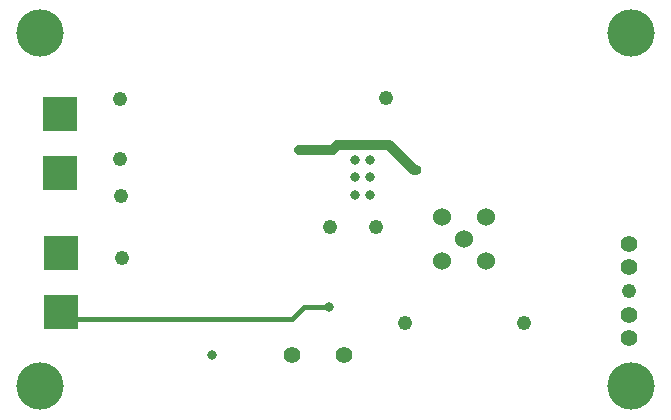
<source format=gbl>
G04 DesignSpark PCB Gerber Version 12.0 Build 5942*
%FSLAX35Y35*%
%MOMM*%
%ADD21R,3.00000X3.00000*%
%ADD15C,0.45000*%
%ADD71C,0.80000*%
%ADD16C,0.81000*%
%ADD19C,0.81280*%
%ADD74C,1.21700*%
%ADD78C,1.24000*%
%ADD17C,1.42240*%
%AMT18*0 Rounded Rectangle Pad at angle 90*4,1,28,0.42500,-0.21200,0.42500,0.21200,0.42160,0.23790,0.41160,0.26200,0.39570,0.28270,0.37500,0.29860,0.35090,0.30860,0.32500,0.31200,-0.32500,0.31200,-0.35090,0.30860,-0.37500,0.29860,-0.39570,0.28270,-0.41160,0.26200,-0.42160,0.23790,-0.42500,0.21200,-0.42500,-0.21200,-0.42160,-0.23790,-0.41160,-0.26200,-0.39570,-0.28270,-0.37500,-0.29860,-0.35090,-0.30860,-0.32500,-0.31200,0.32500,-0.31200,0.35090,-0.30860,0.37500,-0.29860,0.39570,-0.28270,0.41160,-0.26200,0.42160,-0.23790,0.42500,-0.21200,0*%
%ADD18T18*%
%ADD70C,1.52400*%
%ADD20C,4.00000*%
X0Y0D02*
D02*
D15*
X43370000Y44855000D02*
X43430000Y44795000D01*
X45327820D01*
X45426100Y44893280D01*
X45639540D01*
D02*
D16*
X45390000Y46225000D02*
X45670000D01*
X45710000Y46265000D01*
X46150000D01*
X46356500Y46058500D01*
X46376250D01*
D02*
D17*
X45329540Y44493280D03*
X45769540D03*
X48179540Y44633280D03*
Y44833280D03*
Y45233280D03*
Y45433280D03*
D02*
D18*
X46376250Y46058500D03*
D02*
D19*
X44649540Y44494000D03*
X45390000Y46225000D03*
X45639540Y44893280D03*
D02*
D70*
X46597500Y45282500D03*
Y45657500D03*
X46785000Y45470000D03*
X46972500Y45282500D03*
Y45657500D03*
D02*
D71*
X45860000Y45845000D03*
Y45995000D03*
Y46145000D03*
X45990000Y45845000D03*
Y45995000D03*
Y46145000D03*
D02*
D20*
X43190000Y44225000D03*
Y47215000D03*
X48200000Y44225000D03*
Y47215000D03*
D02*
D21*
X43360000Y46035000D03*
Y46535000D03*
X43370000Y44855000D03*
Y45355000D03*
D02*
D74*
X43870000Y46147000D03*
Y46655000D03*
D02*
D78*
X43880000Y45834990D03*
X43890000Y45315000D03*
X45649540Y45573280D03*
X46039540D03*
X46120000Y46665000D03*
X46285000Y44763280D03*
X47289540D03*
X48179540Y45033280D03*
X0Y0D02*
M02*

</source>
